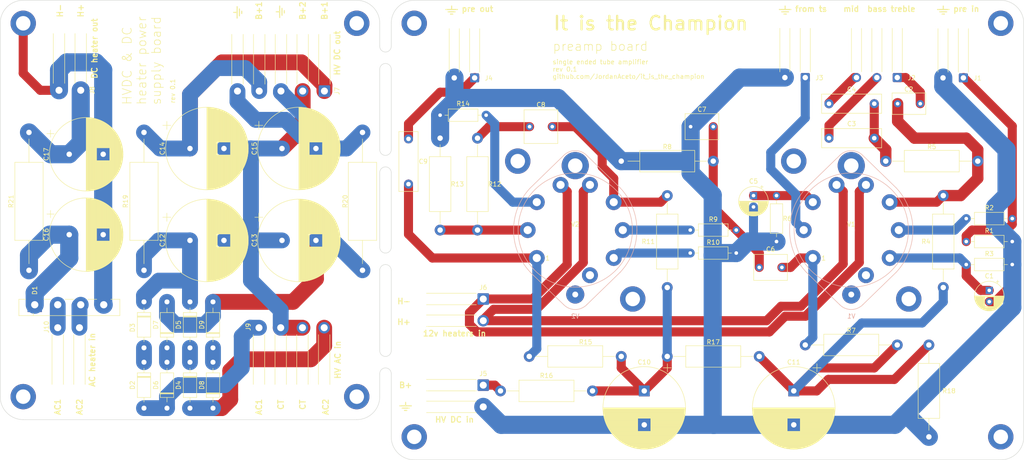
<source format=kicad_pcb>
(kicad_pcb (version 20211014) (generator pcbnew)
  (title_block (title "It is the Champion") (date "2021-12-30") (rev "0.1") (comment 1 "creativecommons.org/licenses/by/4.0/") (comment 2 "License: CC by 4.0") (comment 3 "Author: Jordan Aceto"))
  (layers (0 "F.Cu" signal) (31 "B.Cu" signal) (34 "B.Paste" user) (35 "F.Paste" user) (36 "B.SilkS" user "B.Silkscreen") (37 "F.SilkS" user "F.Silkscreen") (38 "B.Mask" user) (39 "F.Mask" user) (44 "Edge.Cuts" user))
  (net 0 "")
  (net 1 "Earth")
  (net 2 "Net-(C1-Pad1)")
  (net 3 "Net-(C2-Pad2)")
  (net 4 "Net-(C2-Pad1)")
  (net 5 "Net-(C3-Pad2)")
  (net 6 "Net-(C3-Pad1)")
  (net 7 "Net-(C4-Pad1)")
  (net 8 "Net-(C5-Pad1)")
  (net 9 "Net-(C6-Pad2)")
  (net 10 "Net-(C6-Pad1)")
  (net 11 "Net-(C8-Pad2)")
  (net 12 "Net-(C8-Pad1)")
  (net 13 "Net-(C9-Pad2)")
  (net 14 "Net-(D1-Pad2)")
  (net 15 "Net-(D1-Pad3)")
  (net 16 "Net-(D2-Pad2)")
  (net 17 "Net-(J3-Pad1)")
  (net 18 "Net-(R2-Pad1)")
  (net 19 "B+_4")
  (net 20 "Net-(R9-Pad1)")
  (net 21 "Net-(R10-Pad1)")
  (net 22 "B+_3")
  (net 23 "Net-(R12-Pad2)")
  (net 24 "Net-(R14-Pad1)")
  (net 25 "Net-(C16-Pad1)")
  (net 26 "Net-(J5-Pad1)")
  (net 27 "Net-(C12-Pad2)")
  (net 28 "Net-(C12-Pad1)")
  (net 29 "Net-(C14-Pad1)")
  (net 30 "Net-(C17-Pad1)")
  (net 31 "Net-(D2-Pad1)")
  (net 32 "Net-(D4-Pad2)")
  (net 33 "Net-(D4-Pad1)")
  (net 34 "Net-(D6-Pad2)")
  (net 35 "Net-(D8-Pad2)")
  (net 38 "Net-(C13-Pad2)")
  (net 39 "GND1")
  (net 40 "GND3")
  (net 41 "Net-(J6-Pad2)")
  (net 42 "Net-(J6-Pad1)")
  (net 43 "Net-(C9-Pad1)")
  (net 44 "Net-(J1-Pad1)")
  (footprint "Capacitor_THT:CP_Radial_D6.3mm_P2.50mm" (layer "F.Cu") (at 165.1 92.075 -90)
    (fp_text reference "C1")
    (fp_text value "22u 25v")
  )
  (footprint "Capacitor_THT:C_Rect_L7.2mm_W4.5mm_P5.00mm_FKS2_FKP2_MKS2_MKP2" (layer "F.Cu") (at 149.86 50.8 180)
    (fp_text reference "C2")
    (fp_text value "470p WIMA FKP2")
  )
  (footprint "Capacitor_THT:C_Rect_L13.0mm_W4.0mm_P10.00mm_FKS3_FKP3_MKS4" (layer "F.Cu") (at 129.7 58.42)
    (fp_text reference "C3")
    (fp_text value "22n WIMA MKP4")
  )
  (footprint "Capacitor_THT:C_Rect_L13.0mm_W4.0mm_P10.00mm_FKS3_FKP3_MKS4" (layer "F.Cu") (at 129.7 50.8)
    (fp_text reference "C4")
    (fp_text value "22n WIMA MKP4")
  )
  (footprint "Capacitor_THT:CP_Radial_D6.3mm_P2.50mm" (layer "F.Cu") (at 113.03 71.12 -90)
    (fp_text reference "C5")
    (fp_text value "22u 25v")
  )
  (footprint "Capacitor_THT:C_Rect_L7.2mm_W5.5mm_P5.00mm_FKS2_FKP2_MKS2_MKP2" (layer "F.Cu") (at 114.3 86.995)
    (fp_text reference "C6")
    (fp_text value "2n2 WIMA FKP2")
  )
  (footprint "custom_footprints:signal_wire_connector_2" (layer "F.Cu") (at 124.46 45.02 180)
    (fp_text reference "J3")
    (fp_text value "gain_pcb")
  )
  (footprint "Resistor_THT:R_Axial_DIN0207_L6.3mm_D2.5mm_P10.16mm_Horizontal" (layer "F.Cu") (at 160.02 76.2)
    (fp_text reference "R2")
    (fp_text value "33k")
  )
  (footprint "Resistor_THT:R_Axial_DIN0207_L6.3mm_D2.5mm_P10.16mm_Horizontal" (layer "F.Cu") (at 160.02 86.36)
    (fp_text reference "R3")
    (fp_text value "1k5")
  )
  (footprint "Resistor_THT:R_Axial_DIN0414_L11.9mm_D4.5mm_P20.32mm_Horizontal" (layer "F.Cu") (at 144.78 104.14 180)
    (fp_text reference "R7")
    (fp_text value "100k 1W")
  )
  (footprint "custom_footprints:signal_wire_connector_3" (layer "F.Cu") (at 144.78 45.02 180)
    (fp_text reference "J2")
    (fp_text value "ts_pcb")
  )
  (footprint "Resistor_THT:R_Axial_DIN0207_L6.3mm_D2.5mm_P10.16mm_Horizontal" (layer "F.Cu") (at 118.11 71.12 -90)
    (fp_text reference "R6")
    (fp_text value "2k7")
  )
  (footprint "Resistor_THT:R_Axial_DIN0414_L11.9mm_D4.5mm_P20.32mm_Horizontal" (layer "F.Cu") (at 93.98 91.44 90)
    (fp_text reference "R11")
    (fp_text value "100k 1W")
  )
  (footprint "Resistor_THT:R_Axial_DIN0414_L11.9mm_D4.5mm_P20.32mm_Horizontal" (layer "F.Cu") (at 52.07 58.42 -90)
    (fp_text reference "R12")
    (fp_text value "220k 1W")
  )
  (footprint "Capacitor_THT:C_Rect_L7.2mm_W5.5mm_P5.00mm_FKS2_FKP2_MKS2_MKP2" (layer "F.Cu") (at 104.14 55.88 180)
    (fp_text reference "C7")
    (fp_text value "2n2 WIMA FKP2")
  )
  (footprint "Capacitor_THT:C_Rect_L7.2mm_W7.2mm_P5.00mm_FKS2_FKP2_MKS2_MKP2" (layer "F.Cu") (at 63.58 55.88)
    (fp_text reference "C8")
    (fp_text value "4n7 WIMA FKP2")
  )
  (footprint "Resistor_THT:R_Axial_DIN0207_L6.3mm_D2.5mm_P10.16mm_Horizontal" (layer "F.Cu") (at 53.975 53.34 180)
    (fp_text reference "R14")
    (fp_text value "1k5")
  )
  (footprint "Resistor_THT:R_Axial_DIN0207_L6.3mm_D2.5mm_P10.16mm_Horizontal" (layer "F.Cu") (at 160.02 81.28)
    (fp_text reference "R1")
    (fp_text value "1M")
  )
  (footprint "MountingHole:MountingHole_3.2mm_M3_DIN965_Pad" (layer "F.Cu") (at 38.1 33.02)
    (fp_text reference "H1" hide)
    (fp_text value "MountingHole")
  )
  (footprint "MountingHole:MountingHole_3.2mm_M3_DIN965_Pad" (layer "F.Cu") (at 167.64 33.02)
    (fp_text reference "H2" hide)
    (fp_text value "MountingHole")
  )
  (footprint "MountingHole:MountingHole_3.2mm_M3_DIN965_Pad" (layer "F.Cu") (at 167.64 124.46)
    (fp_text reference "H3" hide)
    (fp_text value "MountingHole")
  )
  (footprint "MountingHole:MountingHole_3.2mm_M3_DIN965_Pad" (layer "F.Cu") (at 38.1 124.46)
    (fp_text reference "H4" hide)
    (fp_text value "MountingHole")
  )
  (footprint "Capacitor_THT:C_Rect_L13.0mm_W4.0mm_P10.00mm_FKS3_FKP3_MKS4" (layer "F.Cu") (at 36.83 58.58 -90)
    (fp_text reference "C9")
    (fp_text value "22n WIMA MKP4")
  )
  (footprint "Resistor_THT:R_Axial_DIN0207_L6.3mm_D2.5mm_P10.16mm_Horizontal" (layer "F.Cu") (at 99.06 78.74)
    (fp_text reference "R9")
    (fp_text value "5k6")
  )
  (footprint "Resistor_THT:R_Axial_DIN0414_L11.9mm_D4.5mm_P20.32mm_Horizontal" (layer "F.Cu") (at 43.815 78.74 90)
    (fp_text reference "R13")
    (fp_text value "68k 1W")
  )
  (footprint "Resistor_THT:R_Axial_DIN0414_L11.9mm_D4.5mm_P20.32mm_Horizontal" (layer "F.Cu") (at 154.94 91.44 90)
    (fp_text reference "R4")
    (fp_text value "100k 1W")
  )
  (footprint "Resistor_THT:R_Axial_DIN0207_L6.3mm_D2.5mm_P10.16mm_Horizontal" (layer "F.Cu") (at 99.06 83.82)
    (fp_text reference "R10")
    (fp_text value "10k")
  )
  (footprint "Resistor_THT:R_Axial_DIN0414_L11.9mm_D4.5mm_P20.32mm_Horizontal" (layer "F.Cu") (at 83.82 106.68 180)
    (fp_text reference "R15")
    (fp_text value "100k 1W")
  )
  (footprint "MountingHole:MountingHole_3.2mm_M3_DIN965_Pad" (layer "F.Cu") (at 121.92 63.5)
    (fp_text reference "H5" hide)
    (fp_text value "MountingHole")
  )
  (footprint "MountingHole:MountingHole_3.2mm_M3_DIN965_Pad" (layer "F.Cu") (at 147.32 93.98)
    (fp_text reference "H6" hide)
    (fp_text value "MountingHole")
  )
  (footprint "MountingHole:MountingHole_3.2mm_M3_DIN965_Pad" (layer "F.Cu") (at 60.96 63.5)
    (fp_text reference "H7" hide)
    (fp_text value "MountingHole")
  )
  (footprint "MountingHole:MountingHole_3.2mm_M3_DIN965_Pad" (layer "F.Cu") (at 86.36 93.98)
    (fp_text reference "H8" hide)
    (fp_text value "MountingHole")
  )
  (footprint "Capacitor_THT:CP_Radial_D18.0mm_P7.50mm" (layer "F.Cu") (at 121.92 114.3 -90)
    (fp_text reference "C11")
    (fp_text value "22u 450v")
  )
  (footprint "Connector_Wire:SolderWire-0.75sqmm_1x02_P4.8mm_D1.25mm_OD2.3mm_Relief" (layer "F.Cu") (at 53.34 113.03 -90)
    (fp_text reference "J5")
    (fp_text value "pre_hv_dc_in_pcb")
  )
  (footprint "Connector_Wire:SolderWire-0.75sqmm_1x02_P4.8mm_D1.25mm_OD2.3mm_Relief" (layer "F.Cu") (at 53.34 93.98 -90)
    (fp_text reference "J6")
    (fp_text value "pre_dc_htr_in_pcb")
  )
  (footprint "Resistor_THT:R_Axial_DIN0414_L11.9mm_D4.5mm_P20.32mm_Horizontal" (layer "F.Cu") (at 57.15 114.3)
    (fp_text reference "R16")
    (fp_text value "47k 2W")
  )
  (footprint "Resistor_THT:R_Axial_DIN0414_L11.9mm_D4.5mm_P20.32mm_Horizontal" (layer "F.Cu") (at 114.3 106.68 180)
    (fp_text reference "R17")
    (fp_text value "10k 1W")
  )
  (footprint "Resistor_THT:R_Axial_DIN0414_L11.9mm_D4.5mm_P20.32mm_Horizontal" (layer "F.Cu") (at 151.765 104.14 -90)
    (fp_text reference "R18")
    (fp_text value "220k 1W")
  )
  (footprint "Capacitor_THT:CP_Radial_D18.0mm_P7.50mm" (layer "F.Cu") (at 88.9 114.3 -90)
    (fp_text reference "C10")
    (fp_text value "22u 450v")
  )
  (footprint "Diode_THT:D_DO-41_SOD81_P10.16mm_Horizontal" (layer "F.Cu") (at -6.35 104.775 90)
    (fp_text reference "D9")
    (fp_text value "1N4007")
  )
  (footprint "MountingHole:MountingHole_3.2mm_M3_DIN965_Pad" (layer "F.Cu") (at 25.4 33.02 90)
    (fp_text reference "H9" hide)
    (fp_text value "MountingHole")
  )
  (footprint "MountingHole:MountingHole_3.2mm_M3_DIN965_Pad" (layer "F.Cu") (at -48.26 33.02 90)
    (fp_text reference "H10" hide)
    (fp_text value "MountingHole")
  )
  (footprint "Diode_THT:D_DO-41_SOD81_P10.16mm_Horizontal" (layer "F.Cu") (at -16.51 104.775 90)
    (fp_text reference "D7")
    (fp_text value "1N4007")
  )
  (footprint "Resistor_THT:R_Axial_DIN0617_L17.0mm_D6.0mm_P30.48mm_Horizontal" (layer "F.Cu") (at -21.59 57.15 -90)
    (fp_text reference "R19")
    (fp_text value "50R 5W")
  )
  (footprint "Resistor_THT:R_Axial_DIN0617_L17.0mm_D6.0mm_P30.48mm_Horizontal" (layer "F.Cu") (at -46.99 57.15 -90)
    (fp_text reference "R21")
    (fp_text value "??? 5W")
  )
  (footprint "Connector_Wire:SolderWire-0.75sqmm_1x04_P4.8mm_D1.25mm_OD2.3mm_Relief" (layer "F.Cu") (at 3.81 100.33)
    (fp_text reference "J9")
    (fp_text value "ps_hv_ac_in_pcb")
  )
  (footprint "Diode_THT:Diode_Bridge_Vishay_GBU" (layer "F.Cu") (at -45.72 95.25)
    (fp_text reference "D1")
    (fp_text value "GBU4M")
  )
  (footprint "Capacitor_THT:CP_Radial_D18.0mm_P7.50mm" (layer "F.Cu") (at 8.89 60.706)
    (fp_text reference "C15")
    (fp_text value "100u 350v")
  )
  (footprint "Connector_Wire:SolderWire-0.75sqmm_1x02_P4.8mm_D1.25mm_OD2.3mm_Relief" (layer "F.Cu") (at -40.64 100.33)
    (fp_text reference "J10")
    (fp_text value "ps_dc_htr_in_pcb")
  )
  (footprint "Capacitor_THT:CP_Radial_D16.0mm_P7.50mm" (layer "F.Cu") (at -38.1 79.756)
    (fp_text reference "C16")
    (fp_text value "4700u 25v")
  )
  (footprint "Capacitor_THT:CP_Radial_D16.0mm_P7.50mm" (layer "F.Cu") (at -38.1 61.976)
    (fp_text reference "C17")
    (fp_text value "4700u 25v")
  )
  (footprint "Capacitor_THT:CP_Radial_D18.0mm_P7.50mm" (layer "F.Cu") (at -11.43 81.026)
    (fp_text reference "C12")
    (fp_text value "100u 350v")
  )
  (footprint "Capacitor_THT:CP_Radial_D18.0mm_P7.50mm" (layer "F.Cu") (at 8.89 81.026)
    (fp_text reference "C13")
    (fp_text value "100u 350v")
  )
  (footprint "Connector_Wire:SolderWire-0.75sqmm_1x05_P4.8mm_D1.25mm_OD2.3mm_Relief" (layer "F.Cu") (at 18.262 48.006 180)
    (fp_text reference "J7")
    (fp_text value "ps_hv_dc_out_pcb")
  )
  (footprint "Resistor_THT:R_Axial_DIN0617_L17.0mm_D6.0mm_P30.48mm_Horizontal" (layer "F.Cu") (at 26.67 57.15 -90)
    (fp_text reference "R20")
    (fp_text value "50R 5W")
  )
  (footprint "Diode_THT:D_DO-41_SOD81_P10.16mm_Horizontal" (layer "F.Cu") (at -6.35 118.11 90)
    (fp_text reference "D8")
    (fp_text value "1N4007")
  )
  (footprint "Connector_Wire:SolderWire-0.75sqmm_1x02_P4.8mm_D1.25mm_OD2.3mm_Relief" (layer "F.Cu") (at -35.56 47.836 180)
    (fp_text reference "J8")
    (fp_text value "ps_dc_htr_out_pcb")
  )
  (footprint "MountingHole:MountingHole_3.2mm_M3_DIN965_Pad" (layer "F.Cu") (at 25.4 115.57 90)
    (fp_text reference "H11" hide)
    (fp_text value "MountingHole")
  )
  (footprint "MountingHole:MountingHole_3.2mm_M3_DIN965_Pad" (layer "F.Cu") (at -48.26 115.57 90)
    (fp_text reference "H12" hide)
    (fp_text value "MountingHole")
  )
  (footprint "Capacitor_THT:CP_Radial_D18.0mm_P7.50mm" (layer "F.Cu") (at -11.43 60.706)
    (fp_text reference "C14")
    (fp_text value "100u 350v")
  )
  (footprint "Diode_THT:D_DO-41_SOD81_P10.16mm_Horizontal" (layer "F.Cu") (at -21.59 107.95 -90)
    (fp_text reference "D2")
    (fp_text value "1N4007")
  )
  (footprint "Diode_THT:D_DO-41_SOD81_P10.16mm_Horizontal" (layer "F.Cu") (at -21.59 94.615 -90)
    (fp_text reference "D3")
    (fp_text value "1N4007")
  )
  (footprint "Diode_THT:D_DO-41_SOD81_P10.16mm_Horizontal" (layer "F.Cu") (at -11.43 107.95 -90)
    (fp_text reference "D4")
    (fp_text value "1N4007")
  )
  (footprint "Diode_THT:D_DO-41_SOD81_P10.16mm_Horizontal" (layer "F.Cu") (at -11.43 94.615 -90)
    (fp_text reference "D5")
    (fp_text value "1N4007")
  )
  (footprint "Diode_THT:D_DO-41_SOD81_P10.16mm_Horizontal" (layer "F.Cu") (at -16.51 118.11 90)
    (fp_text reference "D6")
    (fp_text value "1N4007")
  )
  (footprint "custom_footprints:signal_wire_connector_2" (layer "F.Cu") (at 159.385 45.085 180)
    (fp_text reference "J1")
    (fp_text value "pre_in_pcb")
  )
  (footprint "custom_footprints:signal_wire_connector_2" (layer "F.Cu") (at 51.435 45.085 180)
    (fp_text reference "J4")
    (fp_text value "pre_out_pcb")
  )
  (footprint "Resistor_THT:R_Axial_DIN0414_L11.9mm_D4.5mm_P20.32mm_Horizontal" (layer "F.Cu") (at 104.14 63.5 180)
    (fp_text reference "R8")
    (fp_text value "150k 1W")
  )
  (footprint "Resistor_THT:R_Axial_DIN0414_L11.9mm_D4.5mm_P20.32mm_Horizontal" (layer "F.Cu") (at 162.56 63.5 180)
    (fp_text reference "R5")
    (fp_text value "47k 1W")
  )
  (footprint "custom_footprints:belton_VT9-PT-C" (layer "B.Cu") (at 73.66 78.74)
    (fp_text reference "V2")
    (fp_text value "12AX7")
  )
  (footprint "custom_footprints:belton_VT9-PT-C" (layer "B.Cu") (at 134.62 78.74)
    (fp_text reference "V1")
    (fp_text value "12AX7")
  )
  (gr_line (start 154.686 30.988) (end 155.194 30.988) (layer "F.SilkS") (width 0.25))
  (gr_line (start 154.94 29.972) (end 154.94 29.21) (layer "F.SilkS") (width 0.25))
  (gr_line (start 154.178 30.48) (end 155.702 30.48) (layer "F.SilkS") (width 0.25))
  (gr_line (start 153.67 29.972) (end 156.21 29.972) (layer "F.SilkS") (width 0.25))
  (gr_line (start -1.016 31.877) (end -1.016 29.337) (layer "F.SilkS") (width 0.25))
  (gr_line (start -0.508 31.369) (end -0.508 29.845) (layer "F.SilkS") (width 0.25))
  (gr_line (start -1.016 30.607) (end -1.778 30.607) (layer "F.SilkS") (width 0.25))
  (gr_line (start 0 30.861) (end 0 30.353) (layer "F.SilkS") (width 0.25))
  (gr_line (start 8.382 31.75) (end 8.382 29.21) (layer "F.SilkS") (width 0.25))
  (gr_line (start 8.89 31.242) (end 8.89 29.718) (layer "F.SilkS") (width 0.25))
  (gr_line (start 8.382 30.48) (end 7.62 30.48) (layer "F.SilkS") (width 0.25))
  (gr_line (start 9.398 30.734) (end 9.398 30.226) (layer "F.SilkS") (width 0.25))
  (gr_line (start 34.925 117.602) (end 37.465 117.602) (layer "F.SilkS") (width 0.25))
  (gr_line (start 35.433 118.11) (end 36.957 118.11) (layer "F.SilkS") (width 0.25))
  (gr_line (start 36.195 117.602) (end 36.195 116.84) (layer "F.SilkS") (width 0.25))
  (gr_line (start 35.941 118.618) (end 36.449 118.618) (layer "F.SilkS") (width 0.25))
  (gr_line (start 118.745 29.972) (end 121.285 29.972) (layer "F.SilkS") (width 0.25))
  (gr_line (start 119.253 30.48) (end 120.777 30.48) (layer "F.SilkS") (width 0.25))
  (gr_line (start 45.085 29.972) (end 47.625 29.972) (layer "F.SilkS") (width 0.25))
  (gr_line (start 119.761 30.988) (end 120.269 30.988) (layer "F.SilkS") (width 0.25))
  (gr_line (start 46.101 30.988) (end 46.609 30.988) (layer "F.SilkS") (width 0.25))
  (gr_line (start 46.355 29.972) (end 46.355 29.21) (layer "F.SilkS") (width 0.25))
  (gr_line (start 120.015 29.972) (end 120.015 29.21) (layer "F.SilkS") (width 0.25))
  (gr_line (start 45.593 30.48) (end 47.117 30.48) (layer "F.SilkS") (width 0.25))
  (gr_arc (start 172.72 124.46) (mid 171.232102 128.052102) (end 167.64 129.54) (layer "Edge.Cuts") (width 0.1))
  (gr_line (start -53.34 115.57) (end -53.34 33.02) (layer "Edge.Cuts") (width 0.1))
  (gr_line (start -48.26 27.94) (end 25.4 27.94) (layer "Edge.Cuts") (width 0.1))
  (gr_line (start 25.4 120.65) (end -48.26 120.65) (layer "Edge.Cuts") (width 0.1))
  (gr_arc (start -48.26 120.65) (mid -51.852102 119.162102) (end -53.34 115.57) (layer "Edge.Cuts") (width 0.1))
  (gr_arc (start -53.34 33.02) (mid -51.852102 29.427898) (end -48.26 27.94) (layer "Edge.Cuts") (width 0.1))
  (gr_arc (start 25.4 27.94) (mid 28.992102 29.427898) (end 30.48 33.02) (layer "Edge.Cuts") (width 0.1))
  (gr_arc (start 30.48 115.57) (mid 28.992102 119.162102) (end 25.4 120.65) (layer "Edge.Cuts") (width 0.1))
  (gr_line (start 30.48 115.57) (end 30.48 110.49) (layer "Edge.Cuts") (width 0.1))
  (gr_line (start 33.02 124.46) (end 33.02 110.49) (layer "Edge.Cuts") (width 0.1))
  (gr_line (start 30.48 105.41) (end 30.48 87.63) (layer "Edge.Cuts") (width 0.1))
  (gr_line (start 33.02 105.41) (end 33.02 87.63) (layer "Edge.Cuts") (width 0.1))
  (gr_line (start 30.48 66.04) (end 30.48 82.55) (layer "Edge.Cuts") (width 0.1))
  (gr_line (start 33.02 82.55) (end 33.02 66.04) (layer "Edge.Cuts") (width 0.1))
  (gr_line (start 30.48 60.96) (end 30.48 43.18) (layer "Edge.Cuts") (width 0.1))
  (gr_line (start 33.02 43.18) (end 33.02 60.96) (layer "Edge.Cuts") (width 0.1))
  (gr_line (start 30.48 38.1) (end 30.48 33.02) (layer "Edge.Cuts") (width 0.1))
  (gr_line (start 33.02 38.1) (end 33.02 33.02) (layer "Edge.Cuts") (width 0.1))
  (gr_arc (start 30.48 43.18) (mid 31.75 41.91) (end 33.02 43.18) (layer "Edge.Cuts") (width 0.1))
  (gr_line (start 172.72 33.02) (end 172.72 124.46) (layer "Edge.Cuts") (width 0.1))
  (gr_arc (start 33.02 105.41) (mid 31.75 106.68) (end 30.48 105.41) (layer "Edge.Cuts") (width 0.1))
  (gr_arc (start 30.48 110.49) (mid 31.75 109.22) (end 33.02 110.49) (layer "Edge.Cuts") (width 0.1))
  (gr_arc (start 33.02 82.55) (mid 31.75 83.82) (end 30.48 82.55) (layer "Edge.Cuts") (width 0.1))
  (gr_line (start 33.02 33.02) (end 33.02 33.02) (layer "Edge.Cuts") (width 0.1))
  (gr_line (start 38.1 27.94) (end 167.64 27.94) (layer "Edge.Cuts") (width 0.1))
  (gr_arc (start 38.1 129.54) (mid 34.507898 128.052102) (end 33.02 124.46) (layer "Edge.Cuts") (width 0.1))
  (gr_arc (start 33.02 33.02) (mid 34.507898 29.427898) (end 38.1 27.94) (layer "Edge.Cuts") (width 0.1))
  (gr_arc (start 30.48 66.04) (mid 31.75 64.77) (end 33.02 66.04) (layer "Edge.Cuts") (width 0.1))
  (gr_arc (start 33.02 38.1) (mid 31.75 39.37) (end 30.48 38.1) (layer "Edge.Cuts") (width 0.1))
  (gr_arc (start 33.02 60.96) (mid 31.75 62.23) (end 30.48 60.96) (layer "Edge.Cuts") (width 0.1))
  (gr_arc (start 30.48 87.63) (mid 31.75 86.36) (end 33.02 87.63) (layer "Edge.Cuts") (width 0.1))
  (gr_line (start 167.64 129.54) (end 38.1 129.54) (layer "Edge.Cuts") (width 0.1))
  (gr_arc (start 167.64 27.94) (mid 171.232102 29.427898) (end 172.72 33.02) (layer "Edge.Cuts") (width 0.1))
  (gr_text "pre out" (at 52.07 29.845) (layer "F.SilkS") (effects (font (size 1.25 1.25) (thickness 0.25))))
  (gr_text "DC heater out" (at -32.512 38.608 90) (layer "F.SilkS") (effects (font (size 1.25 1.25) (thickness 0.25))))
  (gr_text "B+1" (at 18.288 30.226 90) (layer "F.SilkS") (effects (font (size 1.25 1.25) (thickness 0.25))))
  (gr_text "B+2" (at 13.462 30.226 90) (layer "F.SilkS") (effects (font (size 1.25 1.25) (thickness 0.25))))
  (gr_text "B+1" (at 3.81 30.226 90) (layer "F.SilkS") (effects (font (size 1.25 1.25) (thickness 0.25))))
  (gr_text "AC heater in" (at -33.02 107.442 90) (layer "F.SilkS") (effects (font (size 1.25 1.25) (thickness 0.25))))
  (gr_text "AC1" (at 3.81 117.856 90) (layer "F.SilkS") (effects (font (size 1.25 1.25) (thickness 0.25))))
  (gr_text "AC2" (at 18.542 117.856 90) (layer "F.SilkS") (effects (font (size 1.25 1.25) (thickness 0.25))))
  (gr_text "CT" (at 8.636 117.348 90) (layer "F.SilkS") (effects (font (size 1.25 1.25) (thickness 0.25))))
  (gr_text "HVDC & DC\nheater power \nsupply board" (at -22.098 51.181 90) (layer "F.SilkS") (effects (font (size 2 2)) (justify left)))
  (gr_text "HV AC in" (at 21.209 107.442 90) (layer "F.SilkS") (effects (font (size 1.25 1.25) (thickness 0.25))))
  (gr_text "HV DC out" (at 21.082 39.624 90) (layer "F.SilkS") (effects (font (size 1.25 1.25) (thickness 0.25))))
  (gr_text "rev 0.1" (at -15.24 50.8 90) (layer "F.SilkS") (effects (font (size 1 1)) (justify left)))
  (gr_text "It is the Champion" (at 68.58 33.02) (layer "F.SilkS") (effects (font (size 3 3) (thickness 0.5)) (justify left)))
  (gr_text "preamp board" (at 68.58 38.1) (layer "F.SilkS") (effects (font (size 2 2)) (justify left)))
  (gr_text "B+" (at 36.195 113.03) (layer "F.SilkS") (effects (font (size 1.25 1.25) (thickness 0.25))))
  (gr_text "H-" (at -40.132 30.226 90) (layer "F.SilkS") (effects (font (size 1.25 1.25) (thickness 0.25))))
  (gr_text "CT" (at 13.462 117.348 90) (layer "F.SilkS") (effects (font (size 1.25 1.25) (thickness 0.25))))
  (gr_text "HV DC in" (at 46.99 120.65) (layer "F.SilkS") (effects (font (size 1.25 1.25) (thickness 0.25))))
  (gr_text "H-" (at 35.814 94.488) (layer "F.SilkS") (effects (font (size 1.25 1.25) (thickness 0.25))))
  (gr_text "H+" (at 35.814 99.06) (layer "F.SilkS") (effects (font (size 1.25 1.25) (thickness 0.25))))
  (gr_text "1" (at 128.524 84.963) (layer "F.SilkS") (effects (font (size 1 1))))
  (gr_text "AC1" (at -40.64 117.856 90) (layer "F.SilkS") (effects (font (size 1.25 1.25) (thickness 0.25))))
  (gr_text "treble" (at 146.05 29.845) (layer "F.SilkS") (effects (font (size 1.25 1.25) (thickness 0.25))))
  (gr_text "1" (at 67.564 84.963) (layer "F.SilkS") (effects (font (size 1 1))))
  (gr_text "H+" (at -35.56 30.226 90) (layer "F.SilkS") (effects (font (size 1.25 1.25) (thickness 0.25))))
  (gr_text "AC2" (at -35.814 117.856 90) (layer "F.SilkS") (effects (font (size 1.25 1.25) (thickness 0.25))))
  (gr_text "mid" (at 134.62 29.845) (layer "F.SilkS") (effects (font (size 1.25 1.25) (thickness 0.25))))
  (gr_text "pre in" (at 160.02 29.845) (layer "F.SilkS") (effects (font (size 1.25 1.25) (thickness 0.25))))
  (gr_text "bass" (at 140.335 29.845) (layer "F.SilkS") (effects (font (size 1.25 1.25) (thickness 0.25))))
  (gr_text "from ts" (at 125.73 29.845) (layer "F.SilkS") (effects (font (size 1.25 1.25) (thickness 0.25))))
  (gr_text "V1" (at 134.62 77.47) (layer "F.SilkS") (effects (font (size 1 1))))
  (gr_text "V2" (at 73.66 77.47) (layer "F.SilkS") (effects (font (size 1 1))))
  (gr_text "12v heaters in" (at 46.99 101.6) (layer "F.SilkS") (effects (font (size 1.25 1.25) (thickness 0.25))))
  (gr_text "single ended tube amplifier\nrev 0.1\ngithub.com/JordanAceto/it_is_the_champion" (at 68.58 43.18) (layer "F.SilkS") (effects (font (size 1 1)) (justify left)))
  (segment (start -48.26 44.069) (end -44.493 47.836) (width 2) (layer "F.Cu") (net 1))
  (segment (start -48.26 33.02) (end -48.26 44.069) (width 2) (layer "F.Cu") (net 1))
  (segment (start -44.493 47.836) (end -40.36 47.836) (width 2) (layer "F.Cu") (net 1))
  (segment (start -38.608 41.656) (end -40.36 43.408) (width 4) (layer "B.Cu") (net 1))
  (segment (start -40.36 43.408) (end -40.36 47.836) (width 4) (layer "B.Cu") (net 1))
  (segment (start -32.258 41.656) (end -38.608 41.656) (width 4) (layer "B.Cu") (net 1))
  (segment (start -30.6 43.314) (end -32.258 41.656) (width 4) (layer "B.Cu") (net 1))
  (segment (start -30.6 61.976) (end -30.6 43.314) (width 4) (layer "B.Cu") (net 1))
  (segment (start -30.6 79.756) (end -30.6 95.13) (width 4) (layer "B.Cu") (net 1))
  (segment (start -30.6 95.13) (end -30.48 95.25) (width 4) (layer "B.Cu") (net 1))
  (segment (start -30.6 61.976) (end -30.6 79.756) (width 4) (layer "B.Cu") (net 1))
  (segment (start 165.1 92.075) (end 163.195 92.075) (width 2) (layer "F.Cu") (net 2))
  (segment (start 163.195 92.075) (end 160.02 88.9) (width 2) (layer "F.Cu") (net 2))
  (segment (start 160.02 88.9) (end 160.02 86.36) (width 2) (layer "F.Cu") (net 2))
  (segment (start 158.571745 84.911745) (end 143.114678 84.911745) (width 2) (layer "B.Cu") (net 2))
  (segment (start 160.02 86.36) (end 158.571745 84.911745) (width 2) (layer "B.Cu") (net 2))
  (segment (start 162.56 63.5) (end 162.56 60.96) (width 2.5) (layer "F.Cu") (net 3))
  (segment (start 148.59 58.42) (end 144.86 54.69) (width 2.5) (layer "F.Cu") (net 3))
  (segment (start 154.94 71.12) (end 158.75 71.12) (width 2.5) (layer "F.Cu") (net 3))
  (segment (start 143.114678 72.568255) (end 153.491745 72.568255) (width 2) (layer "F.Cu") (net 3))
  (segment (start 144.86 54.69) (end 144.86 50.8) (width 2.5) (layer "F.Cu") (net 3))
  (segment (start 162.56 67.31) (end 162.56 63.5) (width 2.5) (layer "F.Cu") (net 3))
  (segment (start 160.02 58.42) (end 148.59 58.42) (width 2.5) (layer "F.Cu") (net 3))
  (segment (start 162.56 60.96) (end 160.02 58.42) (width 2.5) (layer "F.Cu") (net 3))
  (segment (start 153.491745 72.568255) (end 154.94 71.12) (width 2) (layer "F.Cu") (net 3))
  (segment (start 158.75 71.12) (end 162.56 67.31) (width 2.5) (layer "F.Cu") (net 3))
  (segment (start 146.62 45.02) (end 144.78 45.02) (width 2) (layer "F.Cu") (net 4))
  (segment (start 149.86 50.8) (end 149.86 48.26) (width 2) (layer "F.Cu") (net 4))
  (segment (start 149.86 48.26) (end 146.62 45.02) (width 2) (layer "F.Cu") (net 4))
  (segment (start 142.24 63.5) (end 142.24 60.96) (width 2.5) (layer "F.Cu") (net 5))
  (segment (start 142.24 60.96) (end 139.7 58.42) (width 2.5) (layer "F.Cu") (net 5))
  (segment (start 139.7 50.8) (end 139.7 58.42) (width 2) (layer "F.Cu") (net 5))
  (segment (start 129.7 55.6) (end 129.7 58.42) (width 2) (layer "F.Cu") (net 6))
  (segment (start 140.28 45.02) (end 129.7 55.6) (width 2) (layer "F.Cu") (net 6))
  (segment (start 129.7 50.8) (end 129.7 50.64) (width 2) (layer "F.Cu") (net 7))
  (segment (start 129.7 50.64) (end 135.32 45.02) (width 2) (layer "F.Cu") (net 7))
  (segment (start 135.32 45.02) (end 135.78 45.02) (width 2) (layer "F.Cu") (net 7))
  (segment (start 118.11 71.12) (end 124.677067 71.12) (width 2) (layer "F.Cu") (net 8))
  (segment (start 124.677067 71.12) (end 126.125322 72.568255) (width 2) (layer "F.Cu") (net 8))
  (segment (start 113.03 71.12) (end 118.11 71.12) (width 2) (layer "F.Cu") (net 8))
  (segment (start 121.205 86.995) (end 119.3 86.995) (width 2) (layer "F.Cu") (net 9))
  (segment (start 126.125322 84.911745) (end 123.288255 84.911745) (width 2) (layer "F.Cu") (net 9))
  (segment (start 123.288255 84.911745) (end 121.205 86.995) (width 2) (layer "F.Cu") (net 9))
  (segment (start 126.125322 84.911745) (end 126.125322 102.474678) (width 2) (layer "B.Cu") (net 9))
  (segment (start 126.125322 102.474678) (end 124.46 104.14) (width 2) (layer "B.Cu") (net 9))
  (segment (start 114.3 83.82) (end 104.14 73.66) (width 2) (layer "F.Cu") (net 10))
  (segment (start 114.3 86.995) (end 114.3 83.82) (width 2) (layer "F.Cu") (net 10))
  (segment (start 104.14 63.5) (end 104.14 55.88) (width 2) (layer "F.Cu") (net 10))
  (segment (start 104.14 73.66) (end 104.14 63.5) (width 2) (layer "F.Cu") (net 10))
  (segment (start 82.154678 72.568255) (end 92.531745 72.568255) (width 2) (layer "F.Cu") (net 11))
  (segment (start 79.613998 64.77) (end 79.613998 61.833998) (width 2) (layer "F.Cu") (net 11))
  (segment (start 82.154678 67.31068) (end 79.613998 64.77) (width 2) (layer "F.Cu") (net 11))
  (segment (start 92.531745 72.568255) (end 93.98 71.12) (width 2) (layer "F.Cu") (net 11))
  (segment (start 82.154678 72.568255) (end 82.154678 67.31068) (width 2) (layer "F.Cu") (net 11))
  (segment (start 79.613998 61.833998) (end 73.66 55.88) (width 2) (layer "F.Cu") (net 11))
  (segment (start 73.66 55.88) (end 68.58 55.88) (width 2) (layer "F.Cu") (net 11))
  (segment (start 63.58 55.88) (end 54.61 55.88) (width 2) (layer "F.Cu") (net 12))
  (segment (start 54.61 55.88) (end 52.07 58.42) (width 2) (layer "F.Cu") (net 12))
  (segment (start 36.83 79.65349) (end 36.83 68.58) (width 2) (layer "F.Cu") (net 13))
  (segment (start 42.088255 84.911745) (end 36.83 79.65349) (width 2) (layer "F.Cu") (net 13))
  (segment (start 65.165322 84.911745) (end 42.088255 84.911745) (width 2) (layer "F.Cu") (net 13))
  (segment (start 65.165322 84.911745) (end 65.165322 105.014678) (width 2) (layer "B.Cu") (net 13))
  (segment (start 65.165322 105.014678) (end 63.5 106.68) (width 2) (layer "B.Cu") (net 13))
  (segment (start -40.64 100.33) (end -40.64 95.25) (width 3.5) (layer "B.Cu") (net 14))
  (segment (start -35.84 100.33) (end -35.84 95.53) (width 3.5) (layer "B.Cu") (net 15))
  (segment (start -35.84 95.53) (end -35.56 95.25) (width 3.5) (layer "B.Cu") (net 15))
  (segment (start -21.59 118.11) (end -16.51 118.11) (width 3.5) (layer "B.Cu") (net 16))
  (segment (start -13.97 113.03) (end -16.51 115.57) (width 3.5) (layer "B.Cu") (net 16))
  (segment (start 3.81 100.33) (end 1.905 100.33) (width 3.5) (layer "B.Cu") (net 16))
  (segment (start 0 102.235) (end 0 109.22) (width 3.5) (layer "B.Cu") (net 16))
  (segment (start 1.905 100.33) (end 0 102.235) (width 3.5) (layer "B.Cu") (net 16))
  (segment (start -3.81 113.03) (end -13.97 113.03) (width 3.5) (layer "B.Cu") (net 16))
  (segment (start 0 109.22) (end -3.81 113.03) (width 3.5) (layer "B.Cu") (net 16))
  (segment (start -16.51 115.57) (end -16.51 118.11) (width 3.5) (layer "B.Cu") (net 16))
  (segment (start 122.370001 76.990001) (end 122.370001 70.8025) (width 2) (layer "B.Cu") (net 17))
  (segment (start 124.12 78.74) (end 122.370001 76.990001) (width 2) (layer "B.Cu") (net 17))
  (segment (start 116.84 61.5625) (end 124.46 53.9425) (width 2) (layer "B.Cu") (net 17))
  (segment (start 124.46 53.9425) (end 124.46 45.02) (width 2) (layer "B.Cu") (net 17))
  (segment (start 122.370001 70.8025) (end 116.84 65.272499) (width 2) (layer "B.Cu") (net 17))
  (segment (start 116.84 65.272499) (end 116.84 61.5625) (width 2) (layer "B.Cu") (net 17))
  (segment (start 157.48 78.74) (end 145.12 78.74) (width 2) (layer "B.Cu") (net 18))
  (segment (start 160.02 76.2) (end 157.48 78.74) (width 2) (layer "B.Cu") (net 18))
  (segment (start 144.78 104.14) (end 139.7 109.22) (width 2) (layer "F.Cu") (net 19))
  (segment (start 127 114.3) (end 121.92 114.3) (width 2) (layer "F.Cu") (net 19))
  (segment (start 129.54 111.76) (end 127 114.3) (width 2) (layer "F.Cu") (net 19))
  (segment (start 144.145 111.76) (end 129.54 111.76) (width 2) (layer "F.Cu") (net 19))
  (segment (start 127 109.22) (end 121.92 114.3) (width 2) (layer "F.Cu") (net 19))
  (segment (start 151.765 104.14) (end 144.145 111.76) (width 2) (layer "F.Cu") (net 19))
  (segment (start 139.7 109.22) (end 127 109.22) (width 2) (layer "F.Cu") (net 19))
  (segment (start 121.92 114.3) (end 114.3 106.68) (width 2) (layer "F.Cu") (net 19))
  (segment (start 136.939999 99.280001) (end 150.274999 99.280001) (width 2) (layer "B.Cu") (net 19))
  (segment (start 121.92 114.3) (end 136.939999 99.280001) (width 2) (layer "B.Cu") (net 19))
  (segment (start 154.94 94.615) (end 154.94 91.44) (width 2) (layer "B.Cu") (net 19))
  (segment (start 150.274999 99.280001) (end 154.94 94.615) (width 2) (layer "B.Cu") (net 19))
  (segment (start 99.06 78.74) (end 84.16 78.74) (width 2) (layer "B.Cu") (net 20))
  (segment (start 83.246423 83.82) (end 82.154678 84.911745) (width 2) (layer "B.Cu") (net 21))
  (segment (start 99.06 83.82) (end 83.246423 83.82) (width 2) (layer "B.Cu") (net 21))
  (segment (start 83.82 109.22) (end 88.9 114.3) (width 2) (layer "F.Cu") (net 22))
  (segment (start 93.98 106.68) (end 93.98 109.22) (width 2) (layer "F.Cu") (net 22))
  (segment (start 93.98 109.22) (end 88.9 114.3) (width 2) (layer "F.Cu") (net 22))
  (segment (start 77.47 114.3) (end 88.9 114.3) (width 2) (layer "F.Cu") (net 22))
  (segment (start 83.82 106.68) (end 83.82 109.22) (width 2) (layer "F.Cu") (net 22))
  (segment (start 93.98 91.44) (end 93.98 106.68) (width 2) (layer "B.Cu") (net 22))
  (segment (start 63.16 78.74) (end 43.815 78.74) (width 2) (layer "F.Cu") (net 23))
  (segment (start 65.165322 72.568255) (end 59.868255 72.568255) (width 2) (layer "B.Cu") (net 24))
  (segment (start 59.868255 72.568255) (end 55.88 68.58) (width 2) (layer "B.Cu") (net 24))
  (segment (start 55.88 55.245) (end 53.975 53.34) (width 2) (layer "B.Cu") (net 24))
  (segment (start 55.88 68.58) (end 55.88 55.245) (width 2) (layer "B.Cu") (net 24))
  (segment (start -42.418 79.756) (end -46.99 84.328) (width 4) (layer "B.Cu") (net 25))
  (segment (start -46.99 84.328) (end -46.99 87.63) (width 4) (layer "B.Cu") (net 25))
  (segment (start -38.1 79.756) (end -42.418 79.756) (width 4) (layer "B.Cu") (net 25))
  (segment (start -38.1 79.756) (end -38.1 84.963) (width 4) (layer "B.Cu") (net 25))
  (segment (start -38.1 84.963) (end -45.72 92.583) (width 4) (layer "B.Cu") (net 25))
  (segment (start -45.72 92.583) (end -45.72 95.25) (width 4) (layer "B.Cu") (net 25))
  (segment (start 55.88 113.03) (end 53.34 113.03) (width 2) (layer "F.Cu") (net 26))
  (segment (start 57.15 114.3) (end 55.88 113.03) (width 2) (layer "F.Cu") (net 26))
  (segment (start 13.462 48.006) (end 13.462 56.134) (width 3.5) (layer "F.Cu") (net 27))
  (segment (start 13.462 56.134) (end 8.89 60.706) (width 3.5) (layer "F.Cu") (net 27))
  (segment (start 13.41 100.33) (end 8.61 100.33) (width 3.500001) (layer "F.Cu") (net 27))
  (segment (start 2.032 89.916) (end 8.61 96.494) (width 3.5) (layer "B.Cu") (net 27))
  (segment (start 8.61 96.494) (end 8.61 100.33) (width 3.5) (layer "B.Cu") (net 27))
  (segment (start 2.032 81.026) (end 2.032 89.916) (width 3.5) (layer "B.Cu") (net 27))
  (segment (start 2.032 60.706) (end 8.89 60.706) (width 3.5) (layer "B.Cu") (net 27))
  (segment (start -3.93 60.706) (end 2.032 60.706) (width 3.5) (layer "B.Cu") (net 27))
  (segment (start -3.93 81.026) (end 2.032 81.026) (width 3.5) (layer "B.Cu") (net 27))
  (segment (start 2.032 81.026) (end 8.89 81.026) (width 3.5) (layer "B.Cu") (net 27))
  (segment (start 2.032 60.706) (end 2.032 81.026) (width 3.5) (layer "B.Cu") (net 27))
  (segment (start -18.288 81.026) (end -21.59 84.328) (width 3.5) (layer "B.Cu") (net 28))
  (segment (start -21.59 84.328) (end -21.59 87.63) (width 3.5) (layer "B.Cu") (net 28))
  (segment (start -11.43 81.026) (end -18.288 81.026) (width 3.5) (layer "B.Cu") (net 28))
  (segment (start -18.288 89.916) (end -11.529 89.916) (width 3.5) (layer "B.Cu") (net 28))
  (segment (start -11.529 89.916) (end -11.43 90.015) (width 3.5) (layer "B.Cu") (net 28))
  (segment (start -11.43 90.015) (end -11.43 94.615) (width 3.5) (layer "B.Cu") (net 28))
  (segment (start -21.59 93.218) (end -18.288 89.916) (width 3.5) (layer "B.Cu") (net 28))
  (segment (start -21.59 94.615) (end -21.59 93.218) (width 3.5) (layer "B.Cu") (net 28))
  (segment (start -11.43 94.615) (end -11.43 81.026) (width 3.5) (layer "B.Cu") (net 28))
  (segment (start 18.262 48.006) (end 18.262 46.731) (width 3.5) (layer "F.Cu") (net 29))
  (segment (start 18.262 46.731) (end 13.187 41.656) (width 3.5) (layer "F.Cu") (net 29))
  (segment (start 13.187 41.656) (end -4.318 41.656) (width 3.5) (layer "F.Cu") (net 29))
  (segment (start -4.318 41.656) (end -11.43 48.768) (width 3.5) (layer "F.Cu") (net 29))
  (segment (start -11.43 48.768) (end -11.43 60.706) (width 3.5) (layer "F.Cu") (net 29))
  (segment (start -5.588 42.926) (end -11.43 48.768) (width 3.5) (layer "B.Cu") (net 29))
  (segment (start -11.43 48.768) (end -11.43 60.706) (width 3.5) (layer "B.Cu") (net 29))
  (segment (start 0.762 42.926) (end -5.588 42.926) (width 3.5) (layer "B.Cu") (net 29))
  (segment (start 3.862 46.026) (end 0.762 42.926) (width 3.5) (layer "B.Cu") (net 29))
  (segment (start 3.862 48.006) (end 3.862 46.026) (width 3.5) (layer "B.Cu") (net 29))
  (segment (start -11.43 60.706) (end -18.034 60.706) (width 3.5) (layer "B.Cu") (net 29))
  (segment (start -18.034 60.706) (end -21.59 57.15) (width 3.5) (layer "B.Cu") (net 29))
  (segment (start -38.1 61.976) (end -42.164 61.976) (width 4) (layer "B.Cu") (net 30))
  (segment (start -42.164 61.976) (end -46.99 57.15) (width 4) (layer "B.Cu") (net 30))
  (segment (start -35.56 47.836) (end -35.56 59.436) (width 4) (layer "B.Cu") (net 30))
  (segment (start -35.56 59.436) (end -38.1 61.976) (width 4) (layer "B.Cu") (net 30))
  (segment (start -21.59 104.775) (end -21.59 107.95) (width 3.5) (layer "B.Cu") (net 31))
  (segment (start -2.54 116.205) (end -4.445 118.11) (width 3.5) (layer "F.Cu") (net 32))
  (segment (start -4.445 118.11) (end -6.35 118.11) (width 3.5) (layer "F.Cu") (net 32))
  (segment (start -2.54 109.855) (end -2.54 116.205) (width 3.5) (layer "F.Cu") (net 32))
  (segment (start 0 107.315) (end -2.54 109.855) (width 3.5) (layer "F.Cu") (net 32))
  (segment (start 15.24 107.315) (end 0 107.315) (width 3.5) (layer "F.Cu") (net 32))
  (segment (start 18.21 104.345) (end 15.24 107.315) (width 3.5) (layer "F.Cu") (net 32))
  (segment (start 18.21 100.33) (end 18.21 104.345) (width 3.5) (layer "F.Cu") (net 32))
  (segment (start -11.43 118.11) (end -6.35 118.11) (width 3.5) (layer "B.Cu") (net 32))
  (segment (start -11.43 107.95) (end -11.43 104.775) (width 3.5) (layer "B.Cu") (net 33))
  (segment (start -16.51 107.95) (end -16.51 104.775) (width 3.5) (layer "B.Cu") (net 34))
  (segment (start -6.35 107.95) (end -6.35 104.775) (width 3.5) (layer "B.Cu") (net 35))
  (segment (start 16.39 89.528) (end 11.303 94.615) (width 3.5) (layer "F.Cu") (net 38))
  (segment (start 11.303 94.615) (end -6.35 94.615) (width 3.5) (layer "F.Cu") (net 38))
  (segment (start 16.39 81.026) (end 16.39 89.528) (width 3.5) (layer "F.Cu") (net 38))
  (segment (start 16.39 81.026) (end 20.066 81.026) (width 3.5) (layer "B.Cu") (net 38))
  (segment (start 20.066 81.026) (end 26.67 87.63) (width 3.5) (layer "B.Cu") (net 38))
  (segment (start -8.255 99.695) (end -6.35 97.79) (width 3.5) (layer "B.Cu") (net 38))
  (segment (start -6.35 97.79) (end -6.35 94.615) (width 3.5) (layer "B.Cu") (net 38))
  (segment (start -14.605 99.695) (end -8.255 99.695) (width 3.5) (layer "B.Cu") (net 38))
  (segment (start -16.51 97.79) (end -14.605 99.695) (width 3.5) (layer "B.Cu") (net 38))
  (segment (start -16.51 94.615) (end -16.51 97.79) (width 3.5) (layer "B.Cu") (net 38))
  (segment (start -0.938 48.006) (end -0.938 50.331) (width 3.5) (layer "B.Cu") (net 39))
  (segment (start -0.938 50.331) (end 3.087 54.356) (width 3.5) (layer "B.Cu") (net 39))
  (segment (start 3.087 54.356) (end 9.652 54.356) (width 3.5) (layer "B.Cu") (net 39))
  (segment (start 9.652 54.356) (end 16.002 60.706) (width 3.5) (layer "B.Cu") (net 39))
  (segment (start 16.002 60.706) (end 16.39 60.706) (width 3.5) (layer "B.Cu") (net 39))
  (segment (start 8.662 48.006) (end 8.662 48.286) (width 3.5) (layer "B.Cu") (net 39))
  (segment (start 16.39 56.014) (end 16.39 60.706) (width 3.5) (layer "B.Cu") (net 39))
  (segment (start 8.662 48.286) (end 16.39 56.014) (width 3.5) (layer "B.Cu") (net 39))
  (segment (start 16.39 60.706) (end 23.114 60.706) (width 3.5) (layer "B.Cu") (net 39))
  (segment (start 23.114 60.706) (end 26.67 57.15) (width 3.5) (layer "B.Cu") (net 39))
  (segment (start 170.18 90.755002) (end 170.18 86.36) (width 2) (layer "F.Cu") (net 40))
  (segment (start 166.360002 94.575) (end 170.18 90.755002) (width 2) (layer "F.Cu") (net 40))
  (segment (start 165.1 94.575) (end 166.360002 94.575) (width 2) (layer "F.Cu") (net 40))
  (segment (start 146.360251 119.690251) (end 144.250501 121.8) (width 4) (layer "B.Cu") (net 40))
  (segment (start 170.18 86.36) (end 170.18 95.870501) (width 4) (layer "B.Cu") (net 40))
  (segment (start 46.99 50.165) (end 46.99 45.02) (width 4) (layer "B.Cu") (net 40))
  (segment (start 43.815 53.34) (end 46.99 50.165) (width 4) (layer "B.Cu") (net 40))
  (segment (start 118.11 81.28) (end 111.76 81.28) (width 4) (layer "B.Cu") (net 40))
  (segment (start 104.26 121.8) (end 88.9 121.8) (width 4) (layer "B.Cu") (net 40))
  (segment (start 99.14 63.5) (end 99.14 55.88) (width 4) (layer "B.Cu") (net 40))
  (segment (start 151.765 124.46) (end 146.995251 119.690251) (width 4) (layer "B.Cu") (net 40))
  (segment (start 83.82 63.5) (end 69.85 49.53) (width 4) (layer "B.Cu") (net 40))
  (segment (start 121.92 121.8) (end 104.26 121.8) (width 4) (layer "B.Cu") (net 40))
  (segment (start 113.03 73.62) (end 113.03 80.01) (width 2) (layer "B.Cu") (net 40))
  (segment (start 83.82 63.5) (end 99.14 63.5) (width 4) (layer "B.Cu") (net 40))
  (segment (start 144.250501 121.8) (end 121.92 121.8) (width 4) (layer "B.Cu") (net 40))
  (segment (start 104.02 71) (end 104.02 84.335) (width 4) (layer "B.Cu") (net 40))
  (segment (start 57.31 121.8) (end 53.34 117.83) (width 4) (layer "B.Cu") (net 40))
  (segment (start 154.94 45.02) (end 154.94 46.99) (width 4) (layer "B.Cu") (net 40))
  (segment (start 170.18 81.28) (end 170.18 86.36) (width 4) (layer "B.Cu") (net 40))
  (segment (start 166.37 77.47) (end 170.18 81.28) (width 4) (layer "B.Cu") (net 40))
  (segment (start 113.03 80.01) (end 111.76 81.28) (width 2) (layer "B.Cu") (net 40))
  (segment (start 104.535 83.82) (end 104.02 84.335) (width 4) (layer "B.Cu") (net 40))
  (segment (start 104.02 121.56) (end 104.26 121.8) (width 4) (layer "B.Cu") (net 40))
  (segment (start 119.96 45.02) (end 110 45.02) (width 4) (layer "B.Cu") (net 40))
  (segment (start 154.94 46.99) (end 168.91 60.96) (width 4) (layer "B.Cu") (net 40))
  (segment (start 110 45.02) (end 99.14 55.88) (width 4) (layer "B.Cu") (net 40))
  (segment (start 166.37 73.66) (end 166.37 77.47) (width 4) (layer "B.Cu") (net 40))
  (segment (start 170.18 95.870501) (end 146.360251 119.690251) (width 4) (layer "B.Cu") (net 40))
  (segment (start 109.22 83.82) (end 104.535 83.82) (width 4) (layer "B.Cu") (net 40))
  (segment (start 168.91 71.12) (end 166.37 73.66) (width 4) (layer "B.Cu") (net 40))
  (segment (start 104.02 84.335) (end 104.02 121.56) (width 4) (layer "B.Cu") (net 40))
  (segment (start 99.14 63.5) (end 99.14 66.12) (width 4) (layer "B.Cu") (net 40))
  (segment (start 99.14 66.12) (end 104.02 71) (width 4) (layer "B.Cu") (net 40))
  (segment (start 43.815 53.34) (end 43.815 58.42) (width 4) (layer "B.Cu") (net 40))
  (segment (start 146.995251 119.690251) (end 146.360251 119.690251) (width 2) (layer "B.Cu") (net 40))
  (segment (start 168.91 60.96) (end 168.91 71.12) (width 4) (layer "B.Cu") (net 40))
  (segment (start 88.9 121.8) (end 57.31 121.8) (width 4) (layer "B.Cu") (net 40))
  (segment (start 111.76 81.28) (end 109.22 83.82) (width 4) (layer "B.Cu") (net 40))
  (segment (start 69.85 49.53) (end 46.99 49.53) (width 4) (layer "B.Cu") (net 40))
  (segment (start 75.438 70.220585) (end 75.438 85.915285) (width 2) (layer "F.Cu") (net 41))
  (segment (start 76.904678 68.753907) (end 75.438 70.220585) (width 2) (layer "F.Cu") (net 41))
  (segment (start 123.485011 95.589989) (end 132.842 86.233) (width 2) (layer "F.Cu") (net 41))
  (segment (start 132.842 70.220585) (end 131.375322 68.753907) (width 2) (layer "F.Cu") (net 41))
  (segment (start 65.087285 96.266) (end 55.626 96.266) (width 2) (layer "F.Cu") (net 41))
  (segment (start 53.34 98.552) (end 53.34 98.78) (width 2) (layer "F.Cu") (net 41))
  (segment (start 132.842 86.233) (end 132.842 70.220585) (width 2) (layer "F.Cu") (net 41))
  (segment (start 53.34 98.78) (end 115.913716 98.78) (width 2) (layer "F.Cu") (net 41))
  (segment (start 75.438 85.915285) (end 65.087285 96.266) (width 2) (layer "F.Cu") (net 41))
  (segment (start 119.103726 95.589989) (end 123.485011 95.589989) (width 2) (layer "F.Cu") (net 41))
  (segment (start 115.913716 98.78) (end 119.103726 95.589989) (width 2) (layer "F.Cu") (net 41))
  (segment (start 55.626 96.266) (end 53.34 98.552) (width 2) (layer "F.Cu") (net 41))
  (segment (start 136.398 70.220585) (end 136.398 85.915285) (width 2) (layer "F.Cu") (net 42))
  (segment (start 71.882 86.36) (end 71.882 70.220585) (width 2) (layer "F.Cu") (net 42))
  (segment (start 120.015 97.79) (end 116.549999 101.255001) (width 2) (layer "F.Cu") (net 42))
  (segment (start 51.979001 101.255001) (end 50.292 99.568) (width 2) (layer "F.Cu") (net 42))
  (segment (start 64.262 93.98) (end 71.882 86.36) (width 2) (layer "F.Cu") (net 42))
  (segment (start 53.34 93.98) (end 64.262 93.98) (width 2) (layer "F.Cu") (net 42))
  (segment (start 137.864678 68.753907) (end 136.398 70.220585) (width 2) (layer "F.Cu") (net 42))
  (segment (start 50.292 99.568) (end 50.292 97.028) (width 2) (layer "F.Cu") (net 42))
  (segment (start 136.398 85.915285) (end 124.523285 97.79) (width 2) (layer "F.Cu") (net 42))
  (segment (start 116.549999 101.255001) (end 51.979001 101.255001) (width 2) (layer "F.Cu") (net 42))
  (segment (start 71.882 70.220585) (end 70.415322 68.753907) (width 2) (layer "F.Cu") (net 42))
  (segment (start 124.523285 97.79) (end 120.015 97.79) (width 2) (layer "F.Cu") (net 42))
  (segment (start 50.292 97.028) (end 53.34 93.98) (width 2) (layer "F.Cu") (net 42))
  (segment (start 43.815 48.26) (end 48.25 48.26) (width 2) (layer "F.Cu") (net 43))
  (segment (start 36.83 55.245) (end 43.815 48.26) (width 2) (layer "F.Cu") (net 43))
  (segment (start 48.25 48.26) (end 51.49 45.02) (width 2) (layer "F.Cu") (net 43))
  (segment (start 36.83 58.58) (end 36.83 55.245) (width 2) (layer "F.Cu") (net 43))
  (segment (start 160.02 80.01) (end 160.02 81.28) (width 2) (layer "F.Cu") (net 44))
  (segment (start 170.18 77.47) (end 168.91 78.74) (width 2) (layer "F.Cu") (net 44))
  (segment (start 170.18 76.2) (end 170.18 55.76) (width 2) (layer "F.Cu") (net 44))
  (segment (start 161.29 78.74) (end 160.02 80.01) (width 2) (layer "F.Cu") (net 44))
  (segment (start 168.91 78.74) (end 161.29 78.74) (width 2) (layer "F.Cu") (net 44))
  (segment (start 170.18 55.76) (end 159.44 45.02) (width 2) (layer "F.Cu") (net 44))
  (segment (start 170.18 76.2) (end 170.18 77.47) (width 2) (layer "F.Cu") (net 44))
)
</source>
